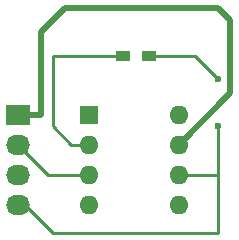
<source format=gbr>
G04 #@! TF.FileFunction,Copper,L1,Top,Signal*
%FSLAX46Y46*%
G04 Gerber Fmt 4.6, Leading zero omitted, Abs format (unit mm)*
G04 Created by KiCad (PCBNEW 4.0.6) date Friday, May 26, 2017 'PMt' 05:45:50 PM*
%MOMM*%
%LPD*%
G01*
G04 APERTURE LIST*
%ADD10C,0.100000*%
%ADD11R,1.200000X0.900000*%
%ADD12R,1.600000X1.600000*%
%ADD13O,1.600000X1.600000*%
%ADD14R,2.032000X1.727200*%
%ADD15O,2.032000X1.727200*%
%ADD16C,0.600000*%
%ADD17C,0.250000*%
%ADD18C,0.500000*%
G04 APERTURE END LIST*
D10*
D11*
X146100000Y-93000000D03*
X143900000Y-93000000D03*
D12*
X141000000Y-98000000D03*
D13*
X148620000Y-105620000D03*
X141000000Y-100540000D03*
X148620000Y-103080000D03*
X141000000Y-103080000D03*
X148620000Y-100540000D03*
X141000000Y-105620000D03*
X148620000Y-98000000D03*
D14*
X135000000Y-98000000D03*
D15*
X135000000Y-100540000D03*
X135000000Y-103080000D03*
X135000000Y-105620000D03*
D16*
X152000000Y-95000000D03*
X152000000Y-99000000D03*
D17*
X151920000Y-103080000D02*
X151920000Y-99080000D01*
X150000000Y-93000000D02*
X146100000Y-93000000D01*
X152000000Y-95000000D02*
X150000000Y-93000000D01*
X151920000Y-99080000D02*
X152000000Y-99000000D01*
X152000000Y-108000000D02*
X138000000Y-108000000D01*
X151920000Y-103080000D02*
X152000000Y-103160000D01*
X152000000Y-103160000D02*
X152000000Y-108000000D01*
X148620000Y-103080000D02*
X151920000Y-103080000D01*
X138000000Y-108000000D02*
X135620000Y-105620000D01*
X135620000Y-105620000D02*
X135000000Y-105620000D01*
X141000000Y-100540000D02*
X139540000Y-100540000D01*
X138000000Y-93000000D02*
X143900000Y-93000000D01*
X138000000Y-99000000D02*
X138000000Y-93000000D01*
X139540000Y-100540000D02*
X138000000Y-99000000D01*
X137540000Y-103080000D02*
X135000000Y-100540000D01*
X141000000Y-103080000D02*
X137540000Y-103080000D01*
D18*
X135000000Y-98000000D02*
X137000000Y-98000000D01*
X153000000Y-96160000D02*
X148620000Y-100540000D01*
X153000000Y-90000000D02*
X153000000Y-96160000D01*
X152000000Y-89000000D02*
X153000000Y-90000000D01*
X139000000Y-89000000D02*
X152000000Y-89000000D01*
X137000000Y-91000000D02*
X139000000Y-89000000D01*
X137000000Y-98000000D02*
X137000000Y-91000000D01*
M02*

</source>
